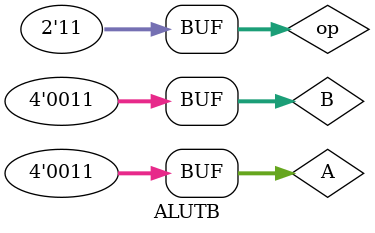
<source format=sv>
`timescale 1ns/1ns

module ALUTB ();

logic [3:0]A,B;
logic [1:0]op;
wire [3:0]result;
wire overflow,zero;

ALU instant(A,B,op,overflow,zero,result);

initial begin
    A = 4'sd2;
    B = 4'sd3;
    op = 2'b00;

    #200
    A = 4'sd2;
    B = 4'sd3;
    op = 2'b01;

    #200
    A = 4'sd0;
    B = 4'sd0;
    op = 2'b01;

    #200
    A = 4'sd4;
    B = 4'sd4;
    op = 2'b00;


    #200
    A = 4'sd3;
    B = 4'sd5;
    op = 2'b10;
    
    #200
    A = 4'sd3;
    B = 4'sd3;
    op = 2'b11;


end
endmodule
</source>
